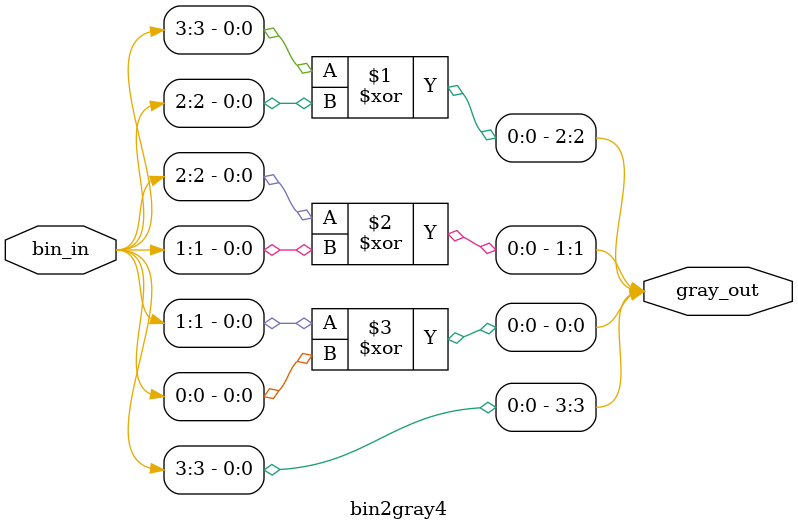
<source format=v>
module bin2gray4(
    input [3:0]bin_in,
    output [3:0]gray_out
);
    assign gray_out[3] = bin_in[3];
    assign gray_out[2] = bin_in[3] ^ bin_in[2];
    assign gray_out[1] = bin_in[2] ^ bin_in[1];
    assign gray_out[0] = bin_in[1] ^ bin_in[0];
endmodule

</source>
